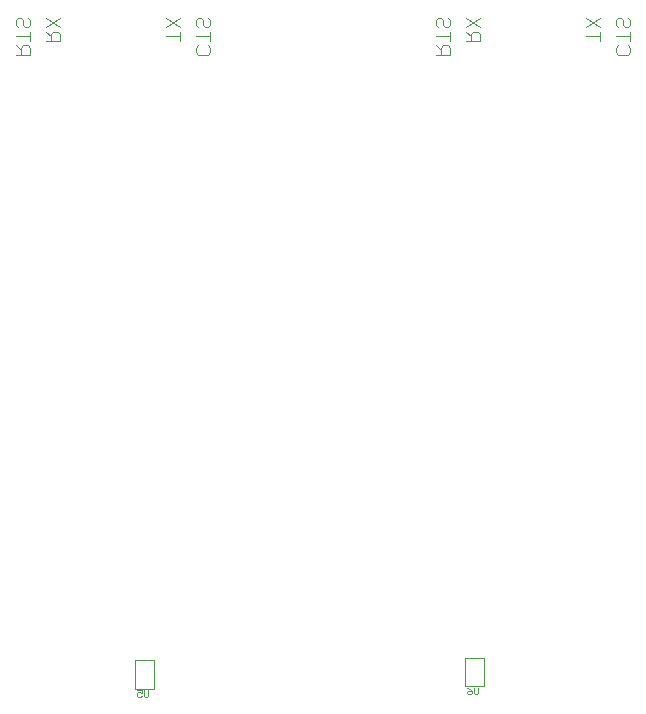
<source format=gbo>
G75*
G70*
%OFA0B0*%
%FSLAX24Y24*%
%IPPOS*%
%LPD*%
%AMOC8*
5,1,8,0,0,1.08239X$1,22.5*
%
%ADD10C,0.0040*%
%ADD11C,0.0020*%
%ADD12C,0.0020*%
D10*
X011344Y024822D02*
X011805Y024822D01*
X011805Y025052D01*
X011728Y025129D01*
X011575Y025129D01*
X011498Y025052D01*
X011498Y024822D01*
X011498Y024975D02*
X011344Y025129D01*
X011344Y025436D02*
X011805Y025436D01*
X011805Y025589D02*
X011805Y025282D01*
X012344Y025282D02*
X012805Y025282D01*
X012805Y025513D01*
X012728Y025589D01*
X012575Y025589D01*
X012498Y025513D01*
X012498Y025282D01*
X012498Y025436D02*
X012344Y025589D01*
X012344Y025743D02*
X012805Y026050D01*
X012805Y025743D02*
X012344Y026050D01*
X011805Y025973D02*
X011805Y025819D01*
X011728Y025743D01*
X011651Y025743D01*
X011575Y025819D01*
X011575Y025973D01*
X011498Y026050D01*
X011421Y026050D01*
X011344Y025973D01*
X011344Y025819D01*
X011421Y025743D01*
X011728Y026050D02*
X011805Y025973D01*
X016344Y026050D02*
X016805Y025743D01*
X016805Y025589D02*
X016805Y025282D01*
X016805Y025436D02*
X016344Y025436D01*
X016344Y025743D02*
X016805Y026050D01*
X017344Y025973D02*
X017344Y025819D01*
X017421Y025743D01*
X017575Y025819D02*
X017575Y025973D01*
X017498Y026050D01*
X017421Y026050D01*
X017344Y025973D01*
X017575Y025819D02*
X017651Y025743D01*
X017728Y025743D01*
X017805Y025819D01*
X017805Y025973D01*
X017728Y026050D01*
X017805Y025589D02*
X017805Y025282D01*
X017805Y025436D02*
X017344Y025436D01*
X017421Y025129D02*
X017344Y025052D01*
X017344Y024899D01*
X017421Y024822D01*
X017728Y024822D01*
X017805Y024899D01*
X017805Y025052D01*
X017728Y025129D01*
X025344Y025129D02*
X025498Y024975D01*
X025498Y025052D02*
X025498Y024822D01*
X025344Y024822D02*
X025805Y024822D01*
X025805Y025052D01*
X025728Y025129D01*
X025575Y025129D01*
X025498Y025052D01*
X025805Y025282D02*
X025805Y025589D01*
X025805Y025436D02*
X025344Y025436D01*
X025421Y025743D02*
X025344Y025819D01*
X025344Y025973D01*
X025421Y026050D01*
X025498Y026050D01*
X025575Y025973D01*
X025575Y025819D01*
X025651Y025743D01*
X025728Y025743D01*
X025805Y025819D01*
X025805Y025973D01*
X025728Y026050D01*
X026344Y026050D02*
X026805Y025743D01*
X026728Y025589D02*
X026575Y025589D01*
X026498Y025513D01*
X026498Y025282D01*
X026344Y025282D02*
X026805Y025282D01*
X026805Y025513D01*
X026728Y025589D01*
X026498Y025436D02*
X026344Y025589D01*
X026344Y025743D02*
X026805Y026050D01*
X030344Y026050D02*
X030805Y025743D01*
X030805Y025589D02*
X030805Y025282D01*
X030805Y025436D02*
X030344Y025436D01*
X030344Y025743D02*
X030805Y026050D01*
X031344Y025973D02*
X031344Y025819D01*
X031421Y025743D01*
X031575Y025819D02*
X031575Y025973D01*
X031498Y026050D01*
X031421Y026050D01*
X031344Y025973D01*
X031575Y025819D02*
X031651Y025743D01*
X031728Y025743D01*
X031805Y025819D01*
X031805Y025973D01*
X031728Y026050D01*
X031805Y025589D02*
X031805Y025282D01*
X031805Y025436D02*
X031344Y025436D01*
X031421Y025129D02*
X031344Y025052D01*
X031344Y024899D01*
X031421Y024822D01*
X031728Y024822D01*
X031805Y024899D01*
X031805Y025052D01*
X031728Y025129D01*
D11*
X015319Y004636D02*
X015319Y003691D01*
X015949Y003691D01*
X015949Y004636D01*
X015319Y004636D01*
X026326Y004715D02*
X026326Y003770D01*
X026956Y003770D01*
X026956Y004715D01*
X026326Y004715D01*
D12*
X026391Y003721D02*
X026464Y003684D01*
X026537Y003610D01*
X026427Y003610D01*
X026391Y003574D01*
X026391Y003537D01*
X026427Y003500D01*
X026501Y003500D01*
X026537Y003537D01*
X026537Y003610D01*
X026612Y003537D02*
X026612Y003721D01*
X026758Y003721D02*
X026758Y003537D01*
X026722Y003500D01*
X026648Y003500D01*
X026612Y003537D01*
X015751Y003458D02*
X015714Y003422D01*
X015640Y003422D01*
X015604Y003458D01*
X015604Y003642D01*
X015530Y003642D02*
X015530Y003532D01*
X015456Y003568D01*
X015419Y003568D01*
X015383Y003532D01*
X015383Y003458D01*
X015419Y003422D01*
X015493Y003422D01*
X015530Y003458D01*
X015530Y003642D02*
X015383Y003642D01*
X015751Y003642D02*
X015751Y003458D01*
M02*

</source>
